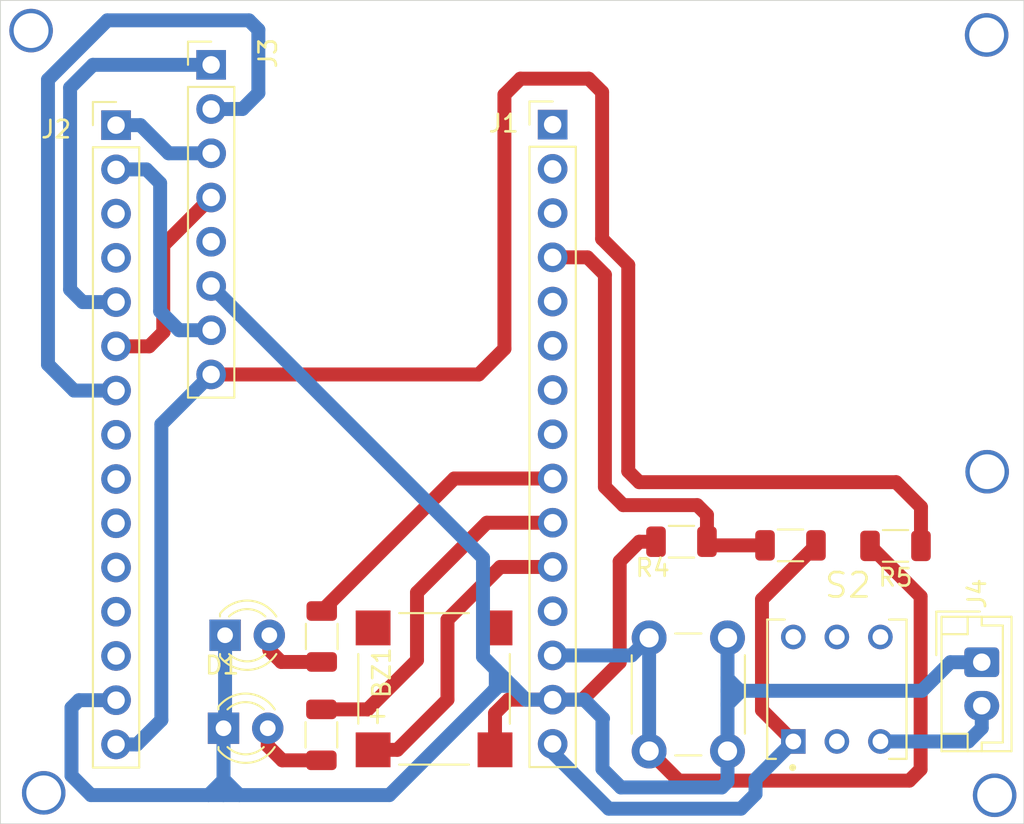
<source format=kicad_pcb>
(kicad_pcb (version 20240108) (generator "pcbnew") (generator_version "8.0")
  (layers (0 "F.Cu" signal) (31 "B.Cu" signal) (34 "B.Paste" user) (35 "F.Paste" user) (36 "B.SilkS" user "B.Silkscreen") (37 "F.SilkS" user "F.Silkscreen") (38 "B.Mask" user) (39 "F.Mask" user) (44 "Edge.Cuts" user))
  (net 0 "")
  (net 1 "GND")
  (net 2 "GPIO14")
  (net 3 "Net-(D1-A)")
  (net 4 "Net-(D2-A)")
  (net 7 "GPIO26")
  (net 8 "GPIO13")
  (net 12 "GPIO27")
  (net 14 "GPIO34")
  (net 16 "VIN")
  (net 17 "EN")
  (net 20 "RST")
  (net 24 "SDA")
  (net 25 "SCK")
  (net 26 "3.3V")
  (net 27 "MOSI")
  (net 28 "MISO")
  (net 34 "BATERAI")
  (footprint "TL2285EE:SW_TL2285EE" (layer "F.Cu") (at 136.27 72.5)
    (property "Reference" "S2" (at 0.635 -5.969 0) (layer "F.SilkS") (effects (font (size 1.4 1.4))))
    (property "Value" "TL2285EE")
    (fp_line (start -4 -4) (end -3 -4) (stroke (width 0.127)) (layer "F.SilkS"))
    (fp_line (start -4 4) (end -4 -4) (stroke (width 0.127)) (layer "F.SilkS"))
    (fp_line (start -3.5 4) (end -4 4) (stroke (width 0.127)) (layer "F.SilkS"))
    (fp_line (start 3 -4) (end 4 -4) (stroke (width 0.127)) (layer "F.SilkS"))
    (fp_line (start 3 4) (end 4 4) (stroke (width 0.127)) (layer "F.SilkS"))
    (fp_line (start 4 -4) (end 4 4) (stroke (width 0.127)) (layer "F.SilkS"))
    (fp_circle (center -2.54 4.5) (end -2.44 4.5) (stroke (width 0.2)) (fill none) (layer "F.SilkS"))
    (pad "1" thru_hole rect (at -2.5 3) (size 1.408 1.408) (drill 0.9) (layers "*.Cu" "*.Mask") (net 16 "VIN"))
    (pad "2" thru_hole circle (at 0 3) (size 1.408 1.408) (drill 0.9) (layers "*.Cu" "*.Mask"))
    (pad "3" thru_hole circle (at 2.5 3) (size 1.408 1.408) (drill 0.9) (layers "*.Cu" "*.Mask") (net 34 "BATERAI"))
    (pad "4" thru_hole circle (at -2.5 -3) (size 1.408 1.408) (drill 0.9) (layers "*.Cu" "*.Mask"))
    (pad "5" thru_hole circle (at 0 -3) (size 1.408 1.408) (drill 0.9) (layers "*.Cu" "*.Mask"))
    (pad "6" thru_hole circle (at 2.5 -3) (size 1.408 1.408) (drill 0.9) (layers "*.Cu" "*.Mask"))
  )
  (footprint "Resistor_SMD:R_1206_3216Metric" (layer "F.Cu") (at 139.6375 64.27 180)
    (property "Reference" "R5" (at 0 -1.82 0) (layer "F.SilkS"))
    (property "Value" "R_US" (hide yes))
    (fp_line (start -0.727064 0.91) (end 0.727064 0.91) (stroke (width 0.12)) (layer "F.SilkS"))
    (fp_line (start -0.727064 -0.91) (end 0.727064 -0.91) (stroke (width 0.12)) (layer "F.SilkS"))
    (pad "1" smd roundrect (at -1.4625 0 180) (size 1.125 1.75) (layers "F.Cu" "F.Paste" "F.Mask") (roundrect_rratio 0.222222) (net 26 "3.3V"))
    (pad "2" smd roundrect (at 1.4625 0 180) (size 1.125 1.75) (layers "F.Cu" "F.Paste" "F.Mask") (roundrect_rratio 0.222222) (net 8 "GPIO13"))
  )
  (footprint "Connector_PinHeader_2.54mm:PinHeader_1x15_P2.54mm_Vertical" (layer "F.Cu") (at 119.95 40.08)
    (property "Reference" "J1" (at -2.81 -0.07 0) (layer "F.SilkS"))
    (property "Value" "Conn_01x15_Pin")
    (fp_line (start -1.33 -1.33) (end 0 -1.33) (stroke (width 0.12)) (layer "F.SilkS"))
    (fp_line (start -1.33 0) (end -1.33 -1.33) (stroke (width 0.12)) (layer "F.SilkS"))
    (fp_line (start -1.33 1.27) (end -1.33 36.89) (stroke (width 0.12)) (layer "F.SilkS"))
    (fp_line (start -1.33 1.27) (end 1.33 1.27) (stroke (width 0.12)) (layer "F.SilkS"))
    (fp_line (start -1.33 36.89) (end 1.33 36.89) (stroke (width 0.12)) (layer "F.SilkS"))
    (fp_line (start 1.33 1.27) (end 1.33 36.89) (stroke (width 0.12)) (layer "F.SilkS"))
    (pad "1" thru_hole rect (at 0 0) (size 1.7 1.7) (drill 1) (layers "*.Cu" "*.Mask") (net 17 "EN"))
    (pad "2" thru_hole oval (at 0 2.54) (size 1.7 1.7) (drill 1) (layers "*.Cu" "*.Mask"))
    (pad "3" thru_hole oval (at 0 5.08) (size 1.7 1.7) (drill 1) (layers "*.Cu" "*.Mask"))
    (pad "4" thru_hole oval (at 0 7.62) (size 1.7 1.7) (drill 1) (layers "*.Cu" "*.Mask") (net 14 "GPIO34"))
    (pad "5" thru_hole oval (at 0 10.16) (size 1.7 1.7) (drill 1) (layers "*.Cu" "*.Mask"))
    (pad "6" thru_hole oval (at 0 12.7) (size 1.7 1.7) (drill 1) (layers "*.Cu" "*.Mask"))
    (pad "7" thru_hole oval (at 0 15.24) (size 1.7 1.7) (drill 1) (layers "*.Cu" "*.Mask"))
    (pad "8" thru_hole oval (at 0 17.78) (size 1.7 1.7) (drill 1) (layers "*.Cu" "*.Mask"))
    (pad "9" thru_hole oval (at 0 20.32) (size 1.7 1.7) (drill 1) (layers "*.Cu" "*.Mask") (net 7 "GPIO26"))
    (pad "10" thru_hole oval (at 0 22.86) (size 1.7 1.7) (drill 1) (layers "*.Cu" "*.Mask") (net 12 "GPIO27"))
    (pad "11" thru_hole oval (at 0 25.4) (size 1.7 1.7) (drill 1) (layers "*.Cu" "*.Mask") (net 2 "GPIO14"))
    (pad "12" thru_hole oval (at 0 27.94) (size 1.7 1.7) (drill 1) (layers "*.Cu" "*.Mask"))
    (pad "13" thru_hole oval (at 0 30.48) (size 1.7 1.7) (drill 1) (layers "*.Cu" "*.Mask") (net 8 "GPIO13"))
    (pad "14" thru_hole oval (at 0 33.02) (size 1.7 1.7) (drill 1) (layers "*.Cu" "*.Mask") (net 1 "GND"))
    (pad "15" thru_hole oval (at 0 35.56) (size 1.7 1.7) (drill 1) (layers "*.Cu" "*.Mask") (net 16 "VIN"))
  )
  (footprint "Resistor_SMD:R_1206_3216Metric" (layer "F.Cu") (at 133.6075 64.24)
    (property "Reference" "R3" (hide yes))
    (property "Value" "R_US")
    (fp_line (start -0.727064 -0.91) (end 0.727064 -0.91) (stroke (width 0.12)) (layer "F.SilkS"))
    (fp_line (start -0.727064 0.91) (end 0.727064 0.91) (stroke (width 0.12)) (layer "F.SilkS"))
    (pad "1" smd roundrect (at -1.4625 0) (size 1.125 1.75) (layers "F.Cu" "F.Paste" "F.Mask") (roundrect_rratio 0.222222) (net 14 "GPIO34"))
    (pad "2" smd roundrect (at 1.4625 0) (size 1.125 1.75) (layers "F.Cu" "F.Paste" "F.Mask") (roundrect_rratio 0.222222) (net 16 "VIN"))
  )
  (footprint "Connector_JST:JST_EH_B2B-EH-A_1x02_P2.50mm_Vertical" (layer "F.Cu") (at 144.59 70.95 -90)
    (property "Reference" "J4" (at -3.94 0.27 90) (layer "F.SilkS"))
    (property "Value" "Conn_01x02_Pin")
    (fp_line (start -2.91 2.61) (end -0.41 2.61) (stroke (width 0.12)) (layer "F.SilkS"))
    (fp_line (start -2.61 2.31) (end 5.11 2.31) (stroke (width 0.12)) (layer "F.SilkS"))
    (fp_line (start 5.11 2.31) (end 5.11 -1.71) (stroke (width 0.12)) (layer "F.SilkS"))
    (fp_line (start -2.61 0.81) (end -1.61 0.81) (stroke (width 0.12)) (layer "F.SilkS"))
    (fp_line (start -1.61 0.81) (end -1.61 2.31) (stroke (width 0.12)) (layer "F.SilkS"))
    (fp_line (start 4.11 0.81) (end 4.11 2.31) (stroke (width 0.12)) (layer "F.SilkS"))
    (fp_line (start 5.11 0.81) (end 4.11 0.81) (stroke (width 0.12)) (layer "F.SilkS"))
    (fp_line (start -2.91 0.11) (end -2.91 2.61) (stroke (width 0.12)) (layer "F.SilkS"))
    (fp_line (start -2.61 0) (end -2.11 0) (stroke (width 0.12)) (layer "F.SilkS"))
    (fp_line (start -2.11 0) (end -2.11 -1.21) (stroke (width 0.12)) (layer "F.SilkS"))
    (fp_line (start 4.61 0) (end 5.11 0) (stroke (width 0.12)) (layer "F.SilkS"))
    (fp_line (start -2.11 -1.21) (end 4.61 -1.21) (stroke (width 0.12)) (layer "F.SilkS"))
    (fp_line (start 4.61 -1.21) (end 4.61 0) (stroke (width 0.12)) (layer "F.SilkS"))
    (fp_line (start -2.61 -1.71) (end -2.61 2.31) (stroke (width 0.12)) (layer "F.SilkS"))
    (fp_line (start 5.11 -1.71) (end -2.61 -1.71) (stroke (width 0.12)) (layer "F.SilkS"))
    (pad "1" thru_hole roundrect (at 0 0 270) (size 1.7 2) (drill 1) (layers "*.Cu" "*.Mask") (roundrect_rratio 0.147059) (net 1 "GND"))
    (pad "2" thru_hole oval (at 2.5 0 270) (size 1.7 2) (drill 1) (layers "*.Cu" "*.Mask") (net 34 "BATERAI"))
  )
  (footprint "Resistor_SMD:R_1206_3216Metric" (layer "F.Cu") (at 106.69 69.4725 90)
    (property "Reference" "R1" (hide yes))
    (property "Value" "R_US")
    (fp_line (start -0.727064 -0.91) (end 0.727064 -0.91) (stroke (width 0.12)) (layer "F.SilkS"))
    (fp_line (start -0.727064 0.91) (end 0.727064 0.91) (stroke (width 0.12)) (layer "F.SilkS"))
    (pad "1" smd roundrect (at -1.4625 0 90) (size 1.125 1.75) (layers "F.Cu" "F.Paste" "F.Mask") (roundrect_rratio 0.222222) (net 3 "Net-(D1-A)"))
    (pad "2" smd roundrect (at 1.4625 0 90) (size 1.125 1.75) (layers "F.Cu" "F.Paste" "F.Mask") (roundrect_rratio 0.222222) (net 7 "GPIO26"))
  )
  (footprint "Resistor_SMD:R_1206_3216Metric" (layer "F.Cu") (at 106.67 75.12 90)
    (property "Reference" "R2" (hide yes))
    (property "Value" "R_US")
    (fp_line (start -0.727064 -0.91) (end 0.727064 -0.91) (stroke (width 0.12)) (layer "F.SilkS"))
    (fp_line (start -0.727064 0.91) (end 0.727064 0.91) (stroke (width 0.12)) (layer "F.SilkS"))
    (pad "1" smd roundrect (at -1.4625 0 90) (size 1.125 1.75) (layers "F.Cu" "F.Paste" "F.Mask") (roundrect_rratio 0.222222) (net 4 "Net-(D2-A)"))
    (pad "2" smd roundrect (at 1.4625 0 90) (size 1.125 1.75) (layers "F.Cu" "F.Paste" "F.Mask") (roundrect_rratio 0.222222) (net 12 "GPIO27"))
  )
  (footprint "LED_THT:LED_D3.0mm_IRBlack" (layer "F.Cu") (at 101.05 74.74)
    (property "Reference" "D2" (hide yes))
    (property "Value" "SFH4346")
    (fp_line (start -0.29 -1.236) (end -0.29 -1.08) (stroke (width 0.12)) (layer "F.SilkS"))
    (fp_line (start -0.29 1.08) (end -0.29 1.236) (stroke (width 0.12)) (layer "F.SilkS"))
    (fp_arc (start -0.29 -1.235516) (mid 1.366487 -1.987659) (end 2.942335 -1.078608) (stroke (width 0.12)) (layer "F.SilkS"))
    (fp_arc (start 0.229039 -1.08) (mid 1.270117 -1.5) (end 2.31113 -1.079837) (stroke (width 0.12)) (layer "F.SilkS"))
    (fp_arc (start 2.31113 1.079837) (mid 1.270117 1.5) (end 0.229039 1.08) (stroke (width 0.12)) (layer "F.SilkS"))
    (fp_arc (start 2.942335 1.078608) (mid 1.366487 1.987659) (end -0.29 1.235516) (stroke (width 0.12)) (layer "F.SilkS"))
    (pad "1" thru_hole rect (at 0 0) (size 1.8 1.8) (drill 0.9) (layers "*.Cu" "*.Mask") (net 1 "GND"))
    (pad "2" thru_hole circle (at 2.54 0) (size 1.8 1.8) (drill 0.9) (layers "*.Cu" "*.Mask") (net 4 "Net-(D2-A)"))
  )
  (footprint "Connector_PinHeader_2.54mm:PinHeader_1x08_P2.54mm_Vertical" (layer "F.Cu") (at 100.34 36.645)
    (property "Reference" "J3" (at 3.26 -0.67 90) (layer "F.SilkS"))
    (property "Value" "Conn_01x08_Pin")
    (fp_line (start -1.33 -1.33) (end 0 -1.33) (stroke (width 0.12)) (layer "F.SilkS"))
    (fp_line (start -1.33 0) (end -1.33 -1.33) (stroke (width 0.12)) (layer "F.SilkS"))
    (fp_line (start -1.33 1.27) (end -1.33 19.11) (stroke (width 0.12)) (layer "F.SilkS"))
    (fp_line (start -1.33 1.27) (end 1.33 1.27) (stroke (width 0.12)) (layer "F.SilkS"))
    (fp_line (start -1.33 19.11) (end 1.33 19.11) (stroke (width 0.12)) (layer "F.SilkS"))
    (fp_line (start 1.33 1.27) (end 1.33 19.11) (stroke (width 0.12)) (layer "F.SilkS"))
    (pad "1" thru_hole rect (at 0 0) (size 1.7 1.7) (drill 1) (layers "*.Cu" "*.Mask") (net 24 "SDA"))
    (pad "2" thru_hole oval (at 0 2.54) (size 1.7 1.7) (drill 1) (layers "*.Cu" "*.Mask") (net 25 "SCK"))
    (pad "3" thru_hole oval (at 0 5.08) (size 1.7 1.7) (drill 1) (layers "*.Cu" "*.Mask") (net 27 "MOSI"))
    (pad "4" thru_hole oval (at 0 7.62) (size 1.7 1.7) (drill 1) (layers "*.Cu" "*.Mask") (net 28 "MISO"))
    (pad "5" thru_hole oval (at 0 10.16) (size 1.7 1.7) (drill 1) (layers "*.Cu" "*.Mask"))
    (pad "6" thru_hole oval (at 0 12.7) (size 1.7 1.7) (drill 1) (layers "*.Cu" "*.Mask") (net 1 "GND"))
    (pad "7" thru_hole oval (at 0 15.24) (size 1.7 1.7) (drill 1) (layers "*.Cu" "*.Mask") (net 20 "RST"))
    (pad "8" thru_hole oval (at 0 17.78) (size 1.7 1.7) (drill 1) (layers "*.Cu" "*.Mask") (net 26 "3.3V"))
  )
  (footprint "LED_THT:LED_D3.0mm_IRBlack" (layer "F.Cu") (at 101.14 69.4)
    (property "Reference" "D1" (at -0.17 1.73 0) (layer "F.SilkS"))
    (property "Value" "SFH4346")
    (fp_line (start -0.29 -1.236) (end -0.29 -1.08) (stroke (width 0.12)) (layer "F.SilkS"))
    (fp_line (start -0.29 1.08) (end -0.29 1.236) (stroke (width 0.12)) (layer "F.SilkS"))
    (fp_arc (start -0.29 -1.235516) (mid 1.366487 -1.987659) (end 2.942335 -1.078608) (stroke (width 0.12)) (layer "F.SilkS"))
    (fp_arc (start 0.229039 -1.08) (mid 1.270117 -1.5) (end 2.31113 -1.079837) (stroke (width 0.12)) (layer "F.SilkS"))
    (fp_arc (start 2.31113 1.079837) (mid 1.270117 1.5) (end 0.229039 1.08) (stroke (width 0.12)) (layer "F.SilkS"))
    (fp_arc (start 2.942335 1.078608) (mid 1.366487 1.987659) (end -0.29 1.235516) (stroke (width 0.12)) (layer "F.SilkS"))
    (pad "1" thru_hole rect (at 0 0) (size 1.8 1.8) (drill 0.9) (layers "*.Cu" "*.Mask") (net 1 "GND"))
    (pad "2" thru_hole circle (at 2.54 0) (size 1.8 1.8) (drill 0.9) (layers "*.Cu" "*.Mask") (net 3 "Net-(D1-A)"))
  )
  (footprint "Buzzer_Beeper:PUIAudio_SMT_0825_S_4_R" (layer "F.Cu") (at 113.14 72.48 90)
    (property "Reference" "BZ1" (at 0.93 -3.007919 90) (layer "F.SilkS"))
    (property "Value" "Buzzer")
    (fp_line (start 2 -4.35) (end -2 -4.35) (stroke (width 0.12)) (layer "F.SilkS"))
    (fp_line (start -4.35 -2) (end -4.35 2) (stroke (width 0.12)) (layer "F.SilkS"))
    (fp_line (start 4.35 2) (end 4.35 -2) (stroke (width 0.12)) (layer "F.SilkS"))
    (fp_line (start -2 4.35) (end 2 4.35) (stroke (width 0.12)) (layer "F.SilkS"))
    (fp_text user "+" (at -1.5 -3.25 0) (layer "F.SilkS"))
    (pad "1" smd rect (at -3.5 -3.5) (size 2 2) (layers "F.Cu" "F.Paste" "F.Mask") (net 2 "GPIO14"))
    (pad "2" smd rect (at -3.5 3.5) (size 2 2) (layers "F.Cu" "F.Paste" "F.Mask") (net 1 "GND"))
    (pad "3" smd rect (at 3.5 3.5) (size 2 2) (layers "F.Cu" "F.Paste" "F.Mask"))
    (pad "4" smd rect (at 3.5 -3.5) (size 2 2) (layers "F.Cu" "F.Paste" "F.Mask"))
  )
  (footprint "Button_Switch_THT:SW_PUSH_6mm" (layer "F.Cu") (at 125.49 76.05 90)
    (property "Reference" "SW2" (hide yes))
    (property "Value" "SW_Push")
    (fp_line (start 5.5 -1) (end 1 -1) (stroke (width 0.12)) (layer "F.SilkS"))
    (fp_line (start -0.25 1.5) (end -0.25 3) (stroke (width 0.12)) (layer "F.SilkS"))
    (fp_line (start 6.75 3) (end 6.75 1.5) (stroke (width 0.12)) (layer "F.SilkS"))
    (fp_line (start 1 5.5) (end 5.5 5.5) (stroke (width 0.12)) (layer "F.SilkS"))
    (pad "1" thru_hole circle (at 0 0 180) (size 2 2) (drill 1.1) (layers "*.Cu" "*.Mask") (net 8 "GPIO13"))
    (pad "1" thru_hole circle (at 6.5 0 180) (size 2 2) (drill 1.1) (layers "*.Cu" "*.Mask") (net 8 "GPIO13"))
    (pad "2" thru_hole circle (at 0 4.5 180) (size 2 2) (drill 1.1) (layers "*.Cu" "*.Mask") (net 1 "GND"))
    (pad "2" thru_hole circle (at 6.5 4.5 180) (size 2 2) (drill 1.1) (layers "*.Cu" "*.Mask") (net 1 "GND"))
  )
  (footprint "Connector_PinHeader_2.54mm:PinHeader_1x15_P2.54mm_Vertical" (layer "F.Cu") (at 94.88 40.11)
    (property "Reference" "J2" (at -3.44 0.24 0) (layer "F.SilkS"))
    (property "Value" "Conn_01x15_Pin")
    (fp_line (start -1.33 -1.33) (end 0 -1.33) (stroke (width 0.12)) (layer "F.SilkS"))
    (fp_line (start -1.33 0) (end -1.33 -1.33) (stroke (width 0.12)) (layer "F.SilkS"))
    (fp_line (start -1.33 1.27) (end -1.33 36.89) (stroke (width 0.12)) (layer "F.SilkS"))
    (fp_line (start -1.33 1.27) (end 1.33 1.27) (stroke (width 0.12)) (layer "F.SilkS"))
    (fp_line (start -1.33 36.89) (end 1.33 36.89) (stroke (width 0.12)) (layer "F.SilkS"))
    (fp_line (start 1.33 1.27) (end 1.33 36.89) (stroke (width 0.12)) (layer "F.SilkS"))
    (pad "1" thru_hole rect (at 0 0) (size 1.7 1.7) (drill 1) (layers "*.Cu" "*.Mask") (net 27 "MOSI"))
    (pad "2" thru_hole oval (at 0 2.54) (size 1.7 1.7) (drill 1) (layers "*.Cu" "*.Mask") (net 20 "RST"))
    (pad "3" thru_hole oval (at 0 5.08) (size 1.7 1.7) (drill 1) (layers "*.Cu" "*.Mask"))
    (pad "4" thru_hole oval (at 0 7.62) (size 1.7 1.7) (drill 1) (layers "*.Cu" "*.Mask"))
    (pad "5" thru_hole oval (at 0 10.16) (size 1.7 1.7) (drill 1) (layers "*.Cu" "*.Mask") (net 24 "SDA"))
    (pad "6" thru_hole oval (at 0 12.7) (size 1.7 1.7) (drill 1) (layers "*.Cu" "*.Mask") (net 28 "MISO"))
    (pad "7" thru_hole oval (at 0 15.24) (size 1.7 1.7) (drill 1) (layers "*.Cu" "*.Mask") (net 25 "SCK"))
    (pad "8" thru_hole oval (at 0 17.78) (size 1.7 1.7) (drill 1) (layers "*.Cu" "*.Mask"))
    (pad "9" thru_hole oval (at 0 20.32) (size 1.7 1.7) (drill 1) (layers "*.Cu" "*.Mask"))
    (pad "10" thru_hole oval (at 0 22.86) (size 1.7 1.7) (drill 1) (layers "*.Cu" "*.Mask"))
    (pad "11" thru_hole oval (at 0 25.4) (size 1.7 1.7) (drill 1) (layers "*.Cu" "*.Mask"))
    (pad "12" thru_hole oval (at 0 27.94) (size 1.7 1.7) (drill 1) (layers "*.Cu" "*.Mask"))
    (pad "13" thru_hole oval (at 0 30.48) (size 1.7 1.7) (drill 1) (layers "*.Cu" "*.Mask"))
    (pad "14" thru_hole oval (at 0 33.02) (size 1.7 1.7) (drill 1) (layers "*.Cu" "*.Mask") (net 1 "GND"))
    (pad "15" thru_hole oval (at 0 35.56) (size 1.7 1.7) (drill 1) (layers "*.Cu" "*.Mask") (net 26 "3.3V"))
  )
  (footprint "Resistor_SMD:R_1206_3216Metric" (layer "F.Cu") (at 127.3475 64.03)
    (property "Reference" "R4" (at -1.6575 1.5 0) (layer "F.SilkS"))
    (property "Value" "R_US")
    (fp_line (start -0.727064 -0.91) (end 0.727064 -0.91) (stroke (width 0.12)) (layer "F.SilkS"))
    (fp_line (start -0.727064 0.91) (end 0.727064 0.91) (stroke (width 0.12)) (layer "F.SilkS"))
    (pad "1" smd roundrect (at -1.4625 0) (size 1.125 1.75) (layers "F.Cu" "F.Paste" "F.Mask") (roundrect_rratio 0.222222) (net 1 "GND"))
    (pad "2" smd roundrect (at 1.4625 0) (size 1.125 1.75) (layers "F.Cu" "F.Paste" "F.Mask") (roundrect_rratio 0.222222) (net 14 "GPIO34"))
  )
  (gr_rect (start 88.24 32.947919) (end 147.01 80.227919) (stroke (width 0.05)) (fill none) (layer "Edge.Cuts"))
  (via (at 144.9 60.01) (size 2.5) (drill 2) (layers "F.Cu" "B.Cu") (net 0))
  (via (at 145.33 78.59) (size 2.5) (drill 2) (layers "F.Cu" "B.Cu") (net 0))
  (via (at 90.725186 78.449969) (size 2.5) (drill 2) (layers "F.Cu" "B.Cu") (net 0))
  (via (at 90 34.68) (size 2.5) (drill 2) (layers "F.Cu" "B.Cu") (net 0))
  (via (at 144.87 34.93) (size 2.5) (drill 2) (layers "F.Cu" "B.Cu") (net 0))
  (segment (start 124.925 64.03) (end 125.885 64.03) (width 0.8) (layer "F.Cu") (net 1))
  (segment (start 123.8 65.155) (end 124.925 64.03) (width 0.8) (layer "F.Cu") (net 1))
  (segment (start 116.64 75.98) (end 116.64 73.88) (width 0.8) (layer "F.Cu") (net 1))
  (segment (start 116.64 73.88) (end 117.42 73.1) (width 0.8) (layer "F.Cu") (net 1))
  (segment (start 119.95 73.1) (end 121.66 73.1) (width 0.8) (layer "F.Cu") (net 1))
  (segment (start 123.8 70.96) (end 123.8 65.155) (width 0.8) (layer "F.Cu") (net 1))
  (segment (start 117.42 73.1) (end 119.95 73.1) (width 0.8) (layer "F.Cu") (net 1))
  (segment (start 121.66 73.1) (end 123.8 70.96) (width 0.8) (layer "F.Cu") (net 1))
  (segment (start 101.96 78.58) (end 110.57 78.58) (width 0.8) (layer "B.Cu") (net 1))
  (segment (start 123.87 78.14) (end 122.81 77.08) (width 0.8) (layer "B.Cu") (net 1))
  (segment (start 121.76 73.1) (end 119.95 73.1) (width 0.8) (layer "B.Cu") (net 1))
  (segment (start 101.05 78.57) (end 101.04 78.58) (width 0.8) (layer "B.Cu") (net 1))
  (segment (start 94.88 73.13) (end 92.75 73.13) (width 0.8) (layer "B.Cu") (net 1))
  (segment (start 101.04 78.58) (end 101.96 78.58) (width 0.8) (layer "B.Cu") (net 1))
  (segment (start 110.57 78.58) (end 116.555 72.595) (width 0.8) (layer "B.Cu") (net 1))
  (segment (start 100.19 78.58) (end 101.04 78.58) (width 0.8) (layer "B.Cu") (net 1))
  (segment (start 101.05 74.74) (end 101.05 77.63) (width 0.8) (layer "B.Cu") (net 1))
  (segment (start 101.05 77.63) (end 101.05 78.57) (width 0.8) (layer "B.Cu") (net 1))
  (segment (start 101.14 74.65) (end 101.05 74.74) (width 0.8) (layer "B.Cu") (net 1))
  (segment (start 115.95 64.955) (end 115.95 70.64) (width 0.8) (layer "B.Cu") (net 1))
  (segment (start 122.81 77.08) (end 122.81 74.21) (width 0.8) (layer "B.Cu") (net 1))
  (segment (start 129.99 77.81) (end 129.66 78.14) (width 0.8) (layer "B.Cu") (net 1))
  (segment (start 129.66 78.14) (end 123.87 78.14) (width 0.8) (layer "B.Cu") (net 1))
  (segment (start 101.14 69.4) (end 101.14 74.65) (width 0.8) (layer "B.Cu") (net 1))
  (segment (start 116.555 72.595) (end 117.225 71.925) (width 0.8) (layer "B.Cu") (net 1))
  (segment (start 129.99 69.55) (end 129.99 71.88) (width 0.8) (layer "B.Cu") (net 1))
  (segment (start 116.685 71.375) (end 117.235 71.925) (width 0.8) (layer "B.Cu") (net 1))
  (segment (start 129.99 72.59) (end 129.99 73.38) (width 0.8) (layer "B.Cu") (net 1))
  (segment (start 101.05 77.67) (end 101.96 78.58) (width 0.8) (layer "B.Cu") (net 1))
  (segment (start 117.615 72.305) (end 117.725 72.415) (width 0.8) (layer "B.Cu") (net 1))
  (segment (start 115.95 70.64) (end 116.685 71.375) (width 0.8) (layer "B.Cu") (net 1))
  (segment (start 129.99 76.05) (end 129.99 77.81) (width 0.8) (layer "B.Cu") (net 1))
  (segment (start 117.235 71.925) (end 117.725 72.415) (width 0.8) (layer "B.Cu") (net 1))
  (segment (start 92.32 77.46) (end 93.44 78.58) (width 0.8) (layer "B.Cu") (net 1))
  (segment (start 116.845 72.305) (end 117.615 72.305) (width 0.8) (layer "B.Cu") (net 1))
  (segment (start 116.685 72.465) (end 116.685 71.375) (width 0.8) (layer "B.Cu") (net 1))
  (segment (start 122.81 74.21) (end 122.84 74.18) (width 0.8) (layer "B.Cu") (net 1))
  (segment (start 92.32 73.56) (end 92.32 77.46) (width 0.8) (layer "B.Cu") (net 1))
  (segment (start 92.75 73.13) (end 92.32 73.56) (width 0.8) (layer "B.Cu") (net 1))
  (segment (start 129.99 71.88) (end 129.99 72.59) (width 0.8) (layer "B.Cu") (net 1))
  (segment (start 118.41 73.1) (end 119.95 73.1) (width 0.8) (layer "B.Cu") (net 1))
  (segment (start 130.7 72.67) (end 129.99 73.38) (width 0.8) (layer "B.Cu") (net 1))
  (segment (start 101.05 77.72) (end 100.19 78.58) (width 0.8) (layer "B.Cu") (net 1))
  (segment (start 117.725 72.415) (end 118.41 73.1) (width 0.8) (layer "B.Cu") (net 1))
  (segment (start 144.59 70.95) (end 142.79 70.95) (width 0.8) (layer "B.Cu") (net 1))
  (segment (start 93.44 78.58) (end 100.19 78.58) (width 0.8) (layer "B.Cu") (net 1))
  (segment (start 122.84 74.18) (end 121.76 73.1) (width 0.8) (layer "B.Cu") (net 1))
  (segment (start 130.96 72.59) (end 130.7 72.59) (width 0.8) (layer "B.Cu") (net 1))
  (segment (start 101.05 77.63) (end 101.05 77.72) (width 0.8) (layer "B.Cu") (net 1))
  (segment (start 101.05 77.63) (end 101.05 77.67) (width 0.8) (layer "B.Cu") (net 1))
  (segment (start 116.685 72.465) (end 116.845 72.305) (width 0.8) (layer "B.Cu") (net 1))
  (segment (start 130.7 72.59) (end 130.7 72.67) (width 0.8) (layer "B.Cu") (net 1))
  (segment (start 117.225 71.925) (end 117.235 71.925) (width 0.8) (layer "B.Cu") (net 1))
  (segment (start 142.79 70.95) (end 141.15 72.59) (width 0.8) (layer "B.Cu") (net 1))
  (segment (start 116.555 72.595) (end 116.685 72.465) (width 0.8) (layer "B.Cu") (net 1))
  (segment (start 141.15 72.59) (end 130.96 72.59) (width 0.8) (layer "B.Cu") (net 1))
  (segment (start 129.99 73.38) (end 129.99 76.05) (width 0.8) (layer "B.Cu") (net 1))
  (segment (start 100.34 49.345) (end 115.95 64.955) (width 0.8) (layer "B.Cu") (net 1))
  (segment (start 130.96 72.59) (end 129.99 72.59) (width 0.8) (layer "B.Cu") (net 1))
  (segment (start 130.7 72.59) (end 129.99 71.88) (width 0.8) (layer "B.Cu") (net 1))
  (segment (start 111.03 75.98) (end 113.91 73.1) (width 0.8) (layer "F.Cu") (net 2))
  (segment (start 109.64 75.98) (end 111.03 75.98) (width 0.8) (layer "F.Cu") (net 2))
  (segment (start 116.94 65.48) (end 119.95 65.48) (width 0.8) (layer "F.Cu") (net 2))
  (segment (start 113.91 68.51) (end 116.94 65.48) (width 0.8) (layer "F.Cu") (net 2))
  (segment (start 113.91 73.1) (end 113.91 68.51) (width 0.8) (layer "F.Cu") (net 2))
  (segment (start 103.68 69.4) (end 103.68 70.25) (width 0.8) (layer "F.Cu") (net 3))
  (segment (start 103.68 70.25) (end 104.365 70.935) (width 0.8) (layer "F.Cu") (net 3))
  (segment (start 104.365 70.935) (end 106.69 70.935) (width 0.8) (layer "F.Cu") (net 3))
  (segment (start 103.59 74.74) (end 103.59 75.75) (width 0.8) (layer "F.Cu") (net 4))
  (segment (start 103.59 75.75) (end 104.4225 76.5825) (width 0.8) (layer "F.Cu") (net 4))
  (segment (start 104.4225 76.5825) (end 106.67 76.5825) (width 0.8) (layer "F.Cu") (net 4))
  (segment (start 106.69 68.01) (end 114.3 60.4) (width 0.8) (layer "F.Cu") (net 7))
  (segment (start 114.3 60.4) (end 119.95 60.4) (width 0.8) (layer "F.Cu") (net 7))
  (segment (start 138.175 64.27) (end 141.08 67.175) (width 0.8) (layer "F.Cu") (net 8))
  (segment (start 141.08 77.1) (end 140.43 77.75) (width 0.8) (layer "F.Cu") (net 8))
  (segment (start 141.08 67.175) (end 141.08 77.1) (width 0.8) (layer "F.Cu") (net 8))
  (segment (start 140.43 77.75) (end 127.19 77.75) (width 0.8) (layer "F.Cu") (net 8))
  (segment (start 127.19 77.75) (end 125.49 76.05) (width 0.8) (layer "F.Cu") (net 8))
  (segment (start 124.48 70.56) (end 125.49 69.55) (width 0.8) (layer "B.Cu") (net 8))
  (segment (start 125.49 69.55) (end 125.49 76.05) (width 0.8) (layer "B.Cu") (net 8))
  (segment (start 119.95 70.56) (end 124.48 70.56) (width 0.8) (layer "B.Cu") (net 8))
  (segment (start 112.16 70.83) (end 109.3325 73.6575) (width 0.8) (layer "F.Cu") (net 12))
  (segment (start 119.95 62.94) (end 116.17 62.94) (width 0.8) (layer "F.Cu") (net 12))
  (segment (start 109.3325 73.6575) (end 106.67 73.6575) (width 0.8) (layer "F.Cu") (net 12))
  (segment (start 116.17 62.94) (end 112.16 66.95) (width 0.8) (layer "F.Cu") (net 12))
  (segment (start 112.16 66.95) (end 112.16 70.83) (width 0.8) (layer "F.Cu") (net 12))
  (segment (start 122.95 60.88) (end 124 61.93) (width 0.8) (layer "F.Cu") (net 14))
  (segment (start 132.145 64.24) (end 129.02 64.24) (width 0.8) (layer "F.Cu") (net 14))
  (segment (start 121.95 47.7) (end 122.95 48.7) (width 0.8) (layer "F.Cu") (net 14))
  (segment (start 124 61.93) (end 128.25 61.93) (width 0.8) (layer "F.Cu") (net 14))
  (segment (start 128.25 61.93) (end 128.81 62.49) (width 0.8) (layer "F.Cu") (net 14))
  (segment (start 128.81 62.49) (end 128.81 64.03) (width 0.8) (layer "F.Cu") (net 14))
  (segment (start 119.95 47.7) (end 121.95 47.7) (width 0.8) (layer "F.Cu") (net 14))
  (segment (start 122.95 48.7) (end 122.95 60.88) (width 0.8) (layer "F.Cu") (net 14))
  (segment (start 129.02 64.24) (end 128.81 64.03) (width 0.8) (layer "F.Cu") (net 14))
  (segment (start 131.97 73.7) (end 133.77 75.5) (width 0.8) (layer "F.Cu") (net 16))
  (segment (start 135.07 64.24) (end 131.97 67.34) (width 0.8) (layer "F.Cu") (net 16))
  (segment (start 131.97 67.34) (end 131.97 73.7) (width 0.8) (layer "F.Cu") (net 16))
  (segment (start 131.6 77.67) (end 131.6 78.52) (width 0.8) (layer "B.Cu") (net 16))
  (segment (start 133.77 75.5) (end 131.6 77.67) (width 0.8) (layer "B.Cu") (net 16))
  (segment (start 123.17 79.36) (end 119.95 76.14) (width 0.8) (layer "B.Cu") (net 16))
  (segment (start 131.6 78.52) (end 130.76 79.36) (width 0.8) (layer "B.Cu") (net 16))
  (segment (start 119.95 76.14) (end 119.95 75.64) (width 0.8) (layer "B.Cu") (net 16))
  (segment (start 130.76 79.36) (end 123.17 79.36) (width 0.8) (layer "B.Cu") (net 16))
  (segment (start 97.41 50.8) (end 98.495 51.885) (width 0.8) (layer "B.Cu") (net 20))
  (segment (start 96.62 42.65) (end 97.41 43.44) (width 0.8) (layer "B.Cu") (net 20))
  (segment (start 94.88 42.65) (end 96.62 42.65) (width 0.8) (layer "B.Cu") (net 20))
  (segment (start 97.41 43.44) (end 97.41 50.8) (width 0.8) (layer "B.Cu") (net 20))
  (segment (start 98.495 51.885) (end 100.34 51.885) (width 0.8) (layer "B.Cu") (net 20))
  (segment (start 92.24 37.96) (end 92.24 49.55) (width 0.8) (layer "B.Cu") (net 24))
  (segment (start 92.96 50.27) (end 94.88 50.27) (width 0.8) (layer "B.Cu") (net 24))
  (segment (start 93.555 36.645) (end 92.24 37.96) (width 0.8) (layer "B.Cu") (net 24))
  (segment (start 92.24 49.55) (end 92.96 50.27) (width 0.8) (layer "B.Cu") (net 24))
  (segment (start 100.34 36.645) (end 93.555 36.645) (width 0.8) (layer "B.Cu") (net 24))
  (segment (start 92.47 55.35) (end 94.88 55.35) (width 0.8) (layer "B.Cu") (net 25))
  (segment (start 103.05 34.63) (end 102.51 34.09) (width 0.8) (layer "B.Cu") (net 25))
  (segment (start 90.97 53.85) (end 92.47 55.35) (width 0.8) (layer "B.Cu") (net 25))
  (segment (start 90.97 37.5) (end 90.97 53.85) (width 0.8) (layer "B.Cu") (net 25))
  (segment (start 103.05 38.27) (end 103.05 34.63) (width 0.8) (layer "B.Cu") (net 25))
  (segment (start 94.38 34.09) (end 90.97 37.5) (width 0.8) (layer "B.Cu") (net 25))
  (segment (start 102.51 34.09) (end 94.38 34.09) (width 0.8) (layer "B.Cu") (net 25))
  (segment (start 102.14 39.18) (end 103.05 38.27) (width 0.8) (layer "B.Cu") (net 25))
  (segment (start 100.34 39.185) (end 101.542081 39.185) (width 0.8) (layer "B.Cu") (net 25))
  (segment (start 101.542081 39.185) (end 101.547081 39.18) (width 0.8) (layer "B.Cu") (net 25))
  (segment (start 101.547081 39.18) (end 102.14 39.18) (width 0.8) (layer "B.Cu") (net 25))
  (segment (start 117.18 38.36) (end 117.18 52.95) (width 0.8) (layer "F.Cu") (net 26))
  (segment (start 122.79 46.64) (end 122.79 38.21) (width 0.8) (layer "F.Cu") (net 26))
  (segment (start 139.67 60.61) (end 124.92 60.61) (width 0.8) (layer "F.Cu") (net 26))
  (segment (start 94.89 75.68) (end 94.88 75.67) (width 0.8) (layer "F.Cu") (net 26))
  (segment (start 115.705 54.425) (end 100.34 54.425) (width 0.8) (layer "F.Cu") (net 26))
  (segment (start 141.1 62.04) (end 139.67 60.61) (width 0.8) (layer "F.Cu") (net 26))
  (segment (start 117.18 52.95) (end 115.705 54.425) (width 0.8) (layer "F.Cu") (net 26))
  (segment (start 122.79 38.21) (end 122.02 37.44) (width 0.8) (layer "F.Cu") (net 26))
  (segment (start 118.1 37.44) (end 117.18 38.36) (width 0.8) (layer "F.Cu") (net 26))
  (segment (start 122.02 37.44) (end 118.1 37.44) (width 0.8) (layer "F.Cu") (net 26))
  (segment (start 124.92 60.61) (end 124.29 59.98) (width 0.8) (layer "F.Cu") (net 26))
  (segment (start 141.1 64.27) (end 141.1 62.04) (width 0.8) (layer "F.Cu") (net 26))
  (segment (start 124.29 48.14) (end 122.79 46.64) (width 0.8) (layer "F.Cu") (net 26))
  (segment (start 124.29 59.98) (end 124.29 48.14) (width 0.8) (layer "F.Cu") (net 26))
  (segment (start 100.34 54.425) (end 97.48 57.285) (width 0.8) (layer "B.Cu") (net 26))
  (segment (start 97.48 74.27) (end 96.08 75.67) (width 0.8) (layer "B.Cu") (net 26))
  (segment (start 96.08 75.67) (end 94.88 75.67) (width 0.8) (layer "B.Cu") (net 26))
  (segment (start 97.48 57.285) (end 97.48 74.27) (width 0.8) (layer "B.Cu") (net 26))
  (segment (start 94.88 40.11) (end 96.28 40.11) (width 0.8) (layer "B.Cu") (net 27))
  (segment (start 96.28 40.11) (end 97.895 41.725) (width 0.8) (layer "B.Cu") (net 27))
  (segment (start 97.895 41.725) (end 100.34 41.725) (width 0.8) (layer "B.Cu") (net 27))
  (segment (start 100.34 44.265) (end 97.59 47.015) (width 0.8) (layer "F.Cu") (net 28))
  (segment (start 97.59 51.96) (end 97.61 51.98) (width 0.8) (layer "F.Cu") (net 28))
  (segment (start 97.61 51.98) (end 96.78 52.81) (width 0.8) (layer "F.Cu") (net 28))
  (segment (start 97.59 47.015) (end 97.59 51.96) (width 0.8) (layer "F.Cu") (net 28))
  (segment (start 96.78 52.81) (end 94.88 52.81) (width 0.8) (layer "F.Cu") (net 28))
  (segment (start 144.59 73.45) (end 144.59 74.73) (width 0.8) (layer "B.Cu") (net 34))
  (segment (start 143.82 75.5) (end 138.77 75.5) (width 0.8) (layer "B.Cu") (net 34))
  (segment (start 144.59 74.73) (end 143.82 75.5) (width 0.8) (layer "B.Cu") (net 34))
)
</source>
